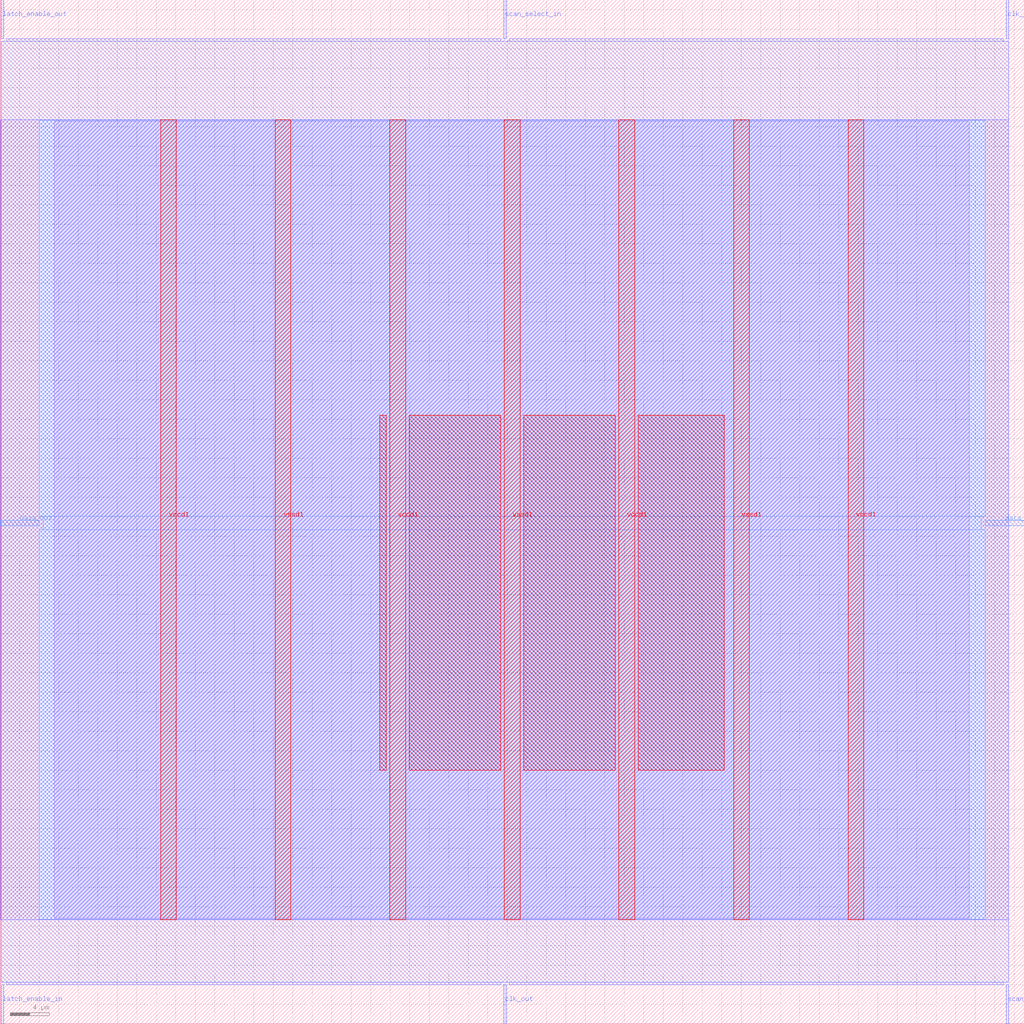
<source format=lef>
VERSION 5.7 ;
  NOWIREEXTENSIONATPIN ON ;
  DIVIDERCHAR "/" ;
  BUSBITCHARS "[]" ;
MACRO scan_wrapper_341353777861755476
  CLASS BLOCK ;
  FOREIGN scan_wrapper_341353777861755476 ;
  ORIGIN 0.000 0.000 ;
  SIZE 105.000 BY 105.000 ;
  PIN clk_in
    DIRECTION INPUT ;
    USE SIGNAL ;
    PORT
      LAYER met2 ;
        RECT 103.130 101.000 103.410 105.000 ;
    END
  END clk_in
  PIN clk_out
    DIRECTION OUTPUT TRISTATE ;
    USE SIGNAL ;
    PORT
      LAYER met2 ;
        RECT 51.610 0.000 51.890 4.000 ;
    END
  END clk_out
  PIN data_in
    DIRECTION INPUT ;
    USE SIGNAL ;
    PORT
      LAYER met3 ;
        RECT 101.000 51.040 105.000 51.640 ;
    END
  END data_in
  PIN data_out
    DIRECTION OUTPUT TRISTATE ;
    USE SIGNAL ;
    PORT
      LAYER met3 ;
        RECT 0.000 51.040 4.000 51.640 ;
    END
  END data_out
  PIN latch_enable_in
    DIRECTION INPUT ;
    USE SIGNAL ;
    PORT
      LAYER met2 ;
        RECT 0.090 0.000 0.370 4.000 ;
    END
  END latch_enable_in
  PIN latch_enable_out
    DIRECTION OUTPUT TRISTATE ;
    USE SIGNAL ;
    PORT
      LAYER met2 ;
        RECT 0.090 101.000 0.370 105.000 ;
    END
  END latch_enable_out
  PIN scan_select_in
    DIRECTION INPUT ;
    USE SIGNAL ;
    PORT
      LAYER met2 ;
        RECT 51.610 101.000 51.890 105.000 ;
    END
  END scan_select_in
  PIN scan_select_out
    DIRECTION OUTPUT TRISTATE ;
    USE SIGNAL ;
    PORT
      LAYER met2 ;
        RECT 103.130 0.000 103.410 4.000 ;
    END
  END scan_select_out
  PIN vccd1
    DIRECTION INOUT ;
    USE POWER ;
    PORT
      LAYER met4 ;
        RECT 16.465 10.640 18.065 92.720 ;
    END
    PORT
      LAYER met4 ;
        RECT 39.955 10.640 41.555 92.720 ;
    END
    PORT
      LAYER met4 ;
        RECT 63.445 10.640 65.045 92.720 ;
    END
    PORT
      LAYER met4 ;
        RECT 86.935 10.640 88.535 92.720 ;
    END
  END vccd1
  PIN vssd1
    DIRECTION INOUT ;
    USE GROUND ;
    PORT
      LAYER met4 ;
        RECT 28.210 10.640 29.810 92.720 ;
    END
    PORT
      LAYER met4 ;
        RECT 51.700 10.640 53.300 92.720 ;
    END
    PORT
      LAYER met4 ;
        RECT 75.190 10.640 76.790 92.720 ;
    END
  END vssd1
  OBS
      LAYER li1 ;
        RECT 5.520 10.795 99.360 92.565 ;
      LAYER met1 ;
        RECT 0.070 10.640 103.430 92.720 ;
      LAYER met2 ;
        RECT 0.650 100.720 51.330 101.000 ;
        RECT 52.170 100.720 102.850 101.000 ;
        RECT 0.100 4.280 103.400 100.720 ;
        RECT 0.650 4.000 51.330 4.280 ;
        RECT 52.170 4.000 102.850 4.280 ;
      LAYER met3 ;
        RECT 4.000 52.040 101.000 92.645 ;
        RECT 4.400 50.640 100.600 52.040 ;
        RECT 4.000 10.715 101.000 50.640 ;
      LAYER met4 ;
        RECT 38.935 26.015 39.555 62.385 ;
        RECT 41.955 26.015 51.300 62.385 ;
        RECT 53.700 26.015 63.045 62.385 ;
        RECT 65.445 26.015 74.225 62.385 ;
  END
END scan_wrapper_341353777861755476
END LIBRARY


</source>
